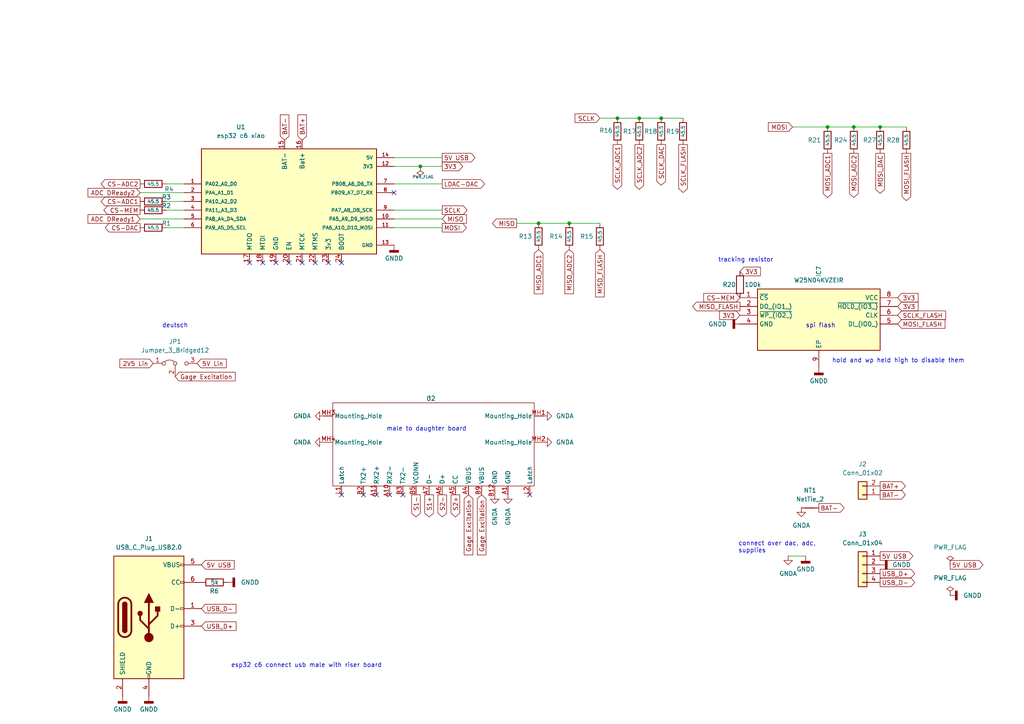
<source format=kicad_sch>
(kicad_sch (version 20231120) (generator "eeschema") (generator_version "8.0")
  (paper "A4")
  (lib_symbols
    (symbol "21xt_symbols:102010388" (pin_names (offset 1.016))
      (property "Reference" "U" (at -25.4 16.002 0))
      (property "Value" "102010388" (at -35.56 -17.78 0))
      (symbol "102010388_0_0"
        (rectangle (start -25.4 15.24) (end 25.4 -15.24) (stroke (width 0.254)) (fill (type background)))
        (pin bidirectional line (at -30.48 5.08 0) (length 5.08) (name "PA02_A0_D0") (number "1"))
        (pin bidirectional line (at 30.48 -5.08 180) (length 5.08) (name "PA5_A9_D9_MISO") (number "10"))
        (pin bidirectional line (at 30.48 -7.62 180) (length 5.08) (name "PA6_A10_D10_MOSI") (number "11"))
        (pin power_in line (at 30.48 10.16 180) (length 5.08) (name "3V3") (number "12"))
        (pin power_in line (at 30.48 -12.7 180) (length 5.08) (name "GND") (number "13"))
        (pin power_in line (at 30.48 12.7 180) (length 5.08) (name "5V") (number "14"))
        (pin bidirectional line (at -30.48 2.54 0) (length 5.08) (name "PA4_A1_D1") (number "2"))
        (pin bidirectional line (at -30.48 0 0) (length 5.08) (name "PA10_A2_D2") (number "3"))
        (pin bidirectional line (at -30.48 -2.54 0) (length 5.08) (name "PA11_A3_D3") (number "4"))
        (pin bidirectional line (at -30.48 -5.08 0) (length 5.08) (name "PA8_A4_D4_SDA") (number "5"))
        (pin bidirectional line (at -30.48 -7.62 0) (length 5.08) (name "PA9_A5_D5_SCL") (number "6"))
        (pin bidirectional line (at 30.48 5.08 180) (length 5.08) (name "PB08_A6_D6_TX") (number "7"))
        (pin bidirectional line (at 30.48 2.54 180) (length 5.08) (name "PB09_A7_D7_RX") (number "8"))
        (pin bidirectional line (at 30.48 -2.54 180) (length 5.08) (name "PA7_A8_D8_SCK") (number "9"))
      )
      (symbol "102010388_1_1"
        (pin bidirectional line (at -1.27 17.78 270) (length 2.54) (name "BAT-") (number "15"))
        (pin bidirectional line (at 3.81 17.78 270) (length 2.54) (name "Bat+") (number "16"))
        (pin bidirectional line (at -11.43 -17.78 90) (length 2.54) (name "MTDO") (number "17"))
        (pin bidirectional line (at -7.62 -17.78 90) (length 2.54) (name "MTDI") (number "18"))
        (pin bidirectional line (at -3.81 -17.78 90) (length 2.54) (name "GND") (number "19"))
        (pin bidirectional line (at 0 -17.78 90) (length 2.54) (name "EN") (number "20"))
        (pin bidirectional line (at 3.81 -17.78 90) (length 2.54) (name "MTCK") (number "21"))
        (pin bidirectional line (at 7.62 -17.78 90) (length 2.54) (name "MTMS") (number "22"))
        (pin bidirectional line (at 11.43 -17.78 90) (length 2.54) (name "3v3") (number "23"))
        (pin bidirectional line (at 15.24 -17.78 90) (length 2.54) (name "BOOT") (number "24"))
      )
    )
    (symbol "21xt_symbols:UCB_C_PLACE" (pin_names (offset 1.016))
      (property "Reference" "J1" (at 10.16 19.05 0))
      (property "Value" "USB_C_Plug_USB2.0" (at -11.43 0 90))
      (symbol "UCB_C_PLACE_0_0"
        (rectangle (start -0.254 -17.78) (end 0.254 -16.764))
        (rectangle (start 10.16 -2.286) (end 9.144 -2.794))
        (rectangle (start 10.16 2.794) (end 9.144 2.286))
        (rectangle (start 10.16 10.414) (end 9.144 9.906))
        (rectangle (start 10.16 15.494) (end 9.144 14.986))
      )
      (symbol "UCB_C_PLACE_0_1"
        (rectangle (start -10.16 17.78) (end 10.16 -17.78) (stroke (width 0.254)) (fill (type background)))
        (arc (start -8.89 -3.81) (mid -6.985 -5.7066) (end -5.08 -3.81) (stroke (width 0.508)))
        (arc (start -7.62 -3.81) (mid -6.985 -4.4422) (end -6.35 -3.81) (stroke (width 0.254)))
        (arc (start -7.62 -3.81) (mid -6.985 -4.4422) (end -6.35 -3.81) (stroke (width 0.254)) (fill (type outline)))
        (rectangle (start -7.62 -3.81) (end -6.35 3.81) (stroke (width 0.254)) (fill (type outline)))
        (arc (start -6.35 3.81) (mid -6.985 4.4422) (end -7.62 3.81) (stroke (width 0.254)))
        (arc (start -6.35 3.81) (mid -6.985 4.4422) (end -7.62 3.81) (stroke (width 0.254)) (fill (type outline)))
        (arc (start -5.08 3.81) (mid -6.985 5.7066) (end -8.89 3.81) (stroke (width 0.508)))
        (circle (center -2.54 1.143) (radius 0.635) (stroke (width 0.254)) (fill (type outline)))
        (circle (center 0 -5.842) (radius 1.27) (fill (type outline)))
        (polyline (pts (xy -8.89 -3.81) (xy -8.89 3.81)) (stroke (width 0.508)))
        (polyline (pts (xy -5.08 3.81) (xy -5.08 -3.81)) (stroke (width 0.508)))
        (polyline (pts (xy 0 -5.842) (xy 0 4.318)) (stroke (width 0.508)))
        (polyline (pts (xy 0 -3.302) (xy -2.54 -0.762) (xy -2.54 0.508)) (stroke (width 0.508)))
        (polyline (pts (xy 0 -2.032) (xy 2.54 0.508) (xy 2.54 1.778)) (stroke (width 0.508)))
        (polyline (pts (xy -1.27 4.318) (xy 0 6.858) (xy 1.27 4.318) (xy -1.27 4.318)) (stroke (width 0.254)) (fill (type outline)))
        (rectangle (start 1.905 1.778) (end 3.175 3.048) (stroke (width 0.254)) (fill (type outline)))
      )
      (symbol "UCB_C_PLACE_1_1"
        (pin bidirectional line (at 15.24 2.54 180) (length 5.08) (name "D-") (number "1"))
        (pin passive line (at -7.62 -22.86 90) (length 5.08) (name "SHIELD") (number "2"))
        (pin bidirectional line (at 15.24 -2.54 180) (length 5.08) (name "D+") (number "3"))
        (pin power_in line (at 0 -22.86 90) (length 5.08) (name "GND") (number "4"))
        (pin power_in line (at 15.24 15.24 180) (length 5.08) (name "VBUS") (number "5"))
        (pin bidirectional line (at 15.24 10.16 180) (length 5.08) (name "CC") (number "6"))
      )
    )
    (symbol "21xt_symbols:W25N04KVZEIR"
      (property "Reference" "IC" (at 41.91 7.62 0))
      (property "Value" "W25N04KVZEIR" (at 41.91 5.08 0))
      (symbol "W25N04KVZEIR_1_1"
        (rectangle (start 5.08 2.54) (end 40.64 -15.24) (stroke (width 0.254)) (fill (type background)))
        (pin passive line (at 0 0 0) (length 5.08) (name "~{CS}") (number "1"))
        (pin passive line (at 0 -2.54 0) (length 5.08) (name "DO_(IO1_)") (number "2"))
        (pin passive line (at 0 -5.08 0) (length 5.08) (name "~{WP_(IO2_)}") (number "3"))
        (pin passive line (at 0 -7.62 0) (length 5.08) (name "GND") (number "4"))
        (pin passive line (at 45.72 -7.62 180) (length 5.08) (name "DI_(IO0_)") (number "5"))
        (pin passive line (at 45.72 -5.08 180) (length 5.08) (name "CLK") (number "6"))
        (pin passive line (at 45.72 -2.54 180) (length 5.08) (name "~{HOLD_(IO3_)}") (number "7"))
        (pin passive line (at 45.72 0 180) (length 5.08) (name "VCC") (number "8"))
        (pin passive line (at 22.86 -20.32 90) (length 5.08) (name "EP") (number "9"))
      )
    )
    (symbol "21xt_symbols:usb_c_male_smt"
      (property "Reference" "U" (at 0 0 0))
      (symbol "usb_c_male_smt_0_1"
        (rectangle (start -16.51 5.08) (end 7.62 -53.34))
      )
      (symbol "usb_c_male_smt_1_1"
        (pin input line (at 10.16 -2.54 180) (length 2.54) (name "GND") (number "A1"))
        (pin input line (at 10.16 -36.83 180) (length 2.54) (name "RX2-") (number "A10"))
        (pin input line (at 10.16 -40.64 180) (length 2.54) (name "RX2+") (number "A11"))
        (pin input line (at 10.16 -13.97 180) (length 2.54) (name "VBUS") (number "A4"))
        (pin input line (at 10.16 -17.78 180) (length 2.54) (name "CC") (number "A5"))
        (pin input line (at 10.16 -21.59 180) (length 2.54) (name "D+") (number "A6"))
        (pin input line (at 10.16 -25.4 180) (length 2.54) (name "D-") (number "A7"))
        (pin input line (at 10.16 -6.35 180) (length 2.54) (name "GND") (number "B12"))
        (pin input line (at 10.16 -44.45 180) (length 2.54) (name "TX2+") (number "B2"))
        (pin input line (at 10.16 -33.02 180) (length 2.54) (name "TX2-") (number "B3"))
        (pin input line (at 10.16 -29.21 180) (length 2.54) (name "VCONN") (number "B5"))
        (pin input line (at 10.16 -10.16 180) (length 2.54) (name "VBUS") (number "B9"))
        (pin input line (at 10.16 -50.8 180) (length 2.54) (name "Latch") (number "L1"))
        (pin input line (at 10.16 3.81 180) (length 2.54) (name "Latch") (number "L2"))
        (pin input line (at -12.7 7.62 270) (length 2.54) (name "Mounting_Hole") (number "MH1"))
        (pin input line (at -5.08 7.62 270) (length 2.54) (name "Mounting_Hole") (number "MH2"))
        (pin input line (at -12.7 -55.88 90) (length 2.54) (name "Mounting_Hole") (number "MH3"))
        (pin input line (at -5.08 -55.88 90) (length 2.54) (name "Mounting_Hole") (number "MH4"))
      )
    )
    (symbol "Connector_Generic:Conn_01x02" (pin_names (offset 1.016) hide)
      (property "Reference" "J" (at 0 2.54 0))
      (property "Value" "Conn_01x02" (at 0 -5.08 0))
      (symbol "Conn_01x02_1_1"
        (rectangle (start -1.27 -2.413) (end 0 -2.667) (stroke (width 0.1524)))
        (rectangle (start -1.27 0.127) (end 0 -0.127) (stroke (width 0.1524)))
        (rectangle (start -1.27 1.27) (end 1.27 -3.81) (stroke (width 0.254)) (fill (type background)))
        (pin passive line (at -5.08 0 0) (length 3.81) (name "Pin_1") (number "1"))
        (pin passive line (at -5.08 -2.54 0) (length 3.81) (name "Pin_2") (number "2"))
      )
    )
    (symbol "Connector_Generic:Conn_01x04" (pin_names (offset 1.016) hide)
      (property "Reference" "J" (at 0 5.08 0))
      (property "Value" "Conn_01x04" (at 0 -7.62 0))
      (symbol "Conn_01x04_1_1"
        (rectangle (start -1.27 -4.953) (end 0 -5.207) (stroke (width 0.1524)))
        (rectangle (start -1.27 -2.413) (end 0 -2.667) (stroke (width 0.1524)))
        (rectangle (start -1.27 0.127) (end 0 -0.127) (stroke (width 0.1524)))
        (rectangle (start -1.27 2.667) (end 0 2.413) (stroke (width 0.1524)))
        (rectangle (start -1.27 3.81) (end 1.27 -6.35) (stroke (width 0.254)) (fill (type background)))
        (pin passive line (at -5.08 2.54 0) (length 3.81) (name "Pin_1") (number "1"))
        (pin passive line (at -5.08 0 0) (length 3.81) (name "Pin_2") (number "2"))
        (pin passive line (at -5.08 -2.54 0) (length 3.81) (name "Pin_3") (number "3"))
        (pin passive line (at -5.08 -5.08 0) (length 3.81) (name "Pin_4") (number "4"))
      )
    )
    (symbol "Device:NetTie_2" (pin_numbers hide) (pin_names (offset 0) hide) (in_bom no)
      (property "Reference" "NT" (at 0 1.27 0))
      (property "Value" "NetTie_2" (at 0 -1.27 0))
      (symbol "NetTie_2_0_1"
        (polyline (pts (xy -1.27 0) (xy 1.27 0)) (stroke (width 0.254)))
      )
      (symbol "NetTie_2_1_1"
        (pin passive line (at -2.54 0 0) (length 2.54) (name "1") (number "1"))
        (pin passive line (at 2.54 0 180) (length 2.54) (name "2") (number "2"))
      )
    )
    (symbol "Device:R" (pin_numbers hide) (pin_names (offset 0))
      (property "Reference" "R" (at 2.032 0 90))
      (property "Value" "R" (at 0 0 90))
      (symbol "R_0_1"
        (rectangle (start -1.016 -2.54) (end 1.016 2.54) (stroke (width 0.254)))
      )
      (symbol "R_1_1"
        (pin passive line (at 0 3.81 270) (length 1.27) (name "~") (number "1"))
        (pin passive line (at 0 -3.81 90) (length 1.27) (name "~") (number "2"))
      )
    )
    (symbol "Jumper:Jumper_3_Bridged12" (pin_names (offset 0) hide) (exclude_from_sim yes) (in_bom no)
      (property "Reference" "JP" (at -2.54 -2.54 0))
      (property "Value" "Jumper_3_Bridged12" (at 0 2.794 0))
      (symbol "Jumper_3_Bridged12_0_0"
        (circle (center -3.302 0) (radius 0.508))
        (circle (center 0 0) (radius 0.508))
        (circle (center 3.302 0) (radius 0.508))
      )
      (symbol "Jumper_3_Bridged12_0_1"
        (arc (start -0.254 0.508) (mid -1.651 0.9912) (end -3.048 0.508))
        (polyline (pts (xy 0 -1.27) (xy 0 -0.508)))
      )
      (symbol "Jumper_3_Bridged12_1_1"
        (pin passive line (at -6.35 0 0) (length 2.54) (name "A") (number "1"))
        (pin passive line (at 0 -3.81 90) (length 2.54) (name "C") (number "2"))
        (pin passive line (at 6.35 0 180) (length 2.54) (name "B") (number "3"))
      )
    )
    (symbol "power:GNDA" (power) (pin_numbers hide) (pin_names (offset 0) hide)
      (property "Value" "GNDA" (at 0 -3.81 0))
      (symbol "GNDA_0_1"
        (polyline (pts (xy 0 0) (xy 0 -1.27) (xy 1.27 -1.27) (xy 0 -2.54) (xy -1.27 -1.27) (xy 0 -1.27)))
      )
      (symbol "GNDA_1_1"
        (pin power_in line (at 0 0 270) (length 0) (name "~") (number "1"))
      )
    )
    (symbol "power:GNDD" (power) (pin_numbers hide) (pin_names (offset 0) hide)
      (property "Value" "GNDD" (at 0 -3.175 0))
      (symbol "GNDD_0_1"
        (rectangle (start -1.27 -1.524) (end 1.27 -2.032) (stroke (width 0.254)) (fill (type outline)))
        (polyline (pts (xy 0 0) (xy 0 -1.524)))
      )
      (symbol "GNDD_1_1"
        (pin power_in line (at 0 0 270) (length 0) (name "~") (number "1"))
      )
    )
    (symbol "power:PWR_FLAG" (power) (pin_numbers hide) (pin_names (offset 0) hide)
      (property "Value" "PWR_FLAG" (at 0 3.81 0))
      (symbol "PWR_FLAG_0_0"
        (pin power_out line (at 0 0 90) (length 0) (name "~") (number "1"))
      )
      (symbol "PWR_FLAG_0_1"
        (polyline (pts (xy 0 0) (xy 0 1.27) (xy -1.016 1.905) (xy 0 2.54) (xy 1.016 1.905) (xy 0 1.27)))
      )
    )
  )
  (junction (at 247.65 36.83))
  (junction (at 179.07 34.29))
  (junction (at 191.77 34.29))
  (junction (at 165.1 64.77))
  (junction (at 156.21 64.77))
  (junction (at 240.03 36.83))
  (junction (at 185.42 34.29))
  (junction (at 121.92 48.26))
  (junction (at 255.27 36.83))
  (no_connect (at 109.22 143.51))
  (no_connect (at 99.06 76.2))
  (no_connect (at 76.2 76.2))
  (no_connect (at 99.06 143.51))
  (no_connect (at 83.82 76.2))
  (no_connect (at 116.84 143.51))
  (no_connect (at 153.67 143.51))
  (no_connect (at 113.03 143.51))
  (no_connect (at 72.39 76.2))
  (no_connect (at 87.63 76.2))
  (no_connect (at 95.25 76.2))
  (no_connect (at 105.41 143.51))
  (no_connect (at 91.44 76.2))
  (no_connect (at 114.3 55.88))
  (no_connect (at 80.01 76.2))
  (wire (pts (xy 114.3 45.72) (xy 128.27 45.72)))
  (wire (pts (xy 48.26 66.04) (xy 53.34 66.04)))
  (wire (pts (xy 40.64 63.5) (xy 53.34 63.5)))
  (wire (pts (xy 173.99 34.29) (xy 179.07 34.29)))
  (wire (pts (xy 191.77 34.29) (xy 198.12 34.29)))
  (wire (pts (xy 255.27 36.83) (xy 262.89 36.83)))
  (wire (pts (xy 229.87 36.83) (xy 240.03 36.83)))
  (wire (pts (xy 228.6 161.29) (xy 233.68 161.29)))
  (wire (pts (xy 165.1 64.77) (xy 173.99 64.77)))
  (wire (pts (xy 128.27 53.34) (xy 114.3 53.34)))
  (wire (pts (xy 48.26 53.34) (xy 53.34 53.34)))
  (wire (pts (xy 128.27 60.96) (xy 114.3 60.96)))
  (wire (pts (xy 156.21 64.77) (xy 165.1 64.77)))
  (wire (pts (xy 40.64 55.88) (xy 53.34 55.88)))
  (wire (pts (xy 179.07 34.29) (xy 185.42 34.29)))
  (wire (pts (xy 240.03 36.83) (xy 247.65 36.83)))
  (wire (pts (xy 128.27 63.5) (xy 114.3 63.5)))
  (wire (pts (xy 185.42 34.29) (xy 191.77 34.29)))
  (wire (pts (xy 149.86 64.77) (xy 156.21 64.77)))
  (wire (pts (xy 114.3 48.26) (xy 121.92 48.26)))
  (wire (pts (xy 128.27 66.04) (xy 114.3 66.04)))
  (wire (pts (xy 48.26 58.42) (xy 53.34 58.42)))
  (wire (pts (xy 247.65 36.83) (xy 255.27 36.83)))
  (wire (pts (xy 48.26 60.96) (xy 53.34 60.96)))
  (wire (pts (xy 121.92 48.26) (xy 128.27 48.26)))
  (text "connect over dac, adc,\nsupplies" (at 214.122 160.528 0) (effects (font (size 1.27 1.27)) (justify left bottom)))
  (text "esp32 c6 connect usb male with riser board" (at 88.9 193.04 0) (effects (font (size 1.27 1.27))))
  (text "spi flash" (at 233.68 95.25 0) (effects (font (size 1.27 1.27)) (justify left bottom)))
  (text "male to daughter board" (at 123.698 124.46 0) (effects (font (size 1.27 1.27))))
  (text "deutsch" (at 46.99 95.25 0) (effects (font (size 1.27 1.27)) (justify left bottom)))
  (text "hold and wp held high to disable them" (at 241.3 105.41 0) (effects (font (size 1.27 1.27)) (justify left bottom)))
  (text "tracking resistor" (at 208.28 76.2 0) (effects (font (size 1.27 1.27)) (justify left bottom)))
  (global_label "SCLK_FLASH" (shape output) (at 198.12 41.91 270) (property "Intersheetrefs" "${INTERSHEET_REFS}" (effects (hide yes))))
  (global_label "SCLK_ADC2" (shape output) (at 185.42 41.91 270) (property "Intersheetrefs" "${INTERSHEET_REFS}" (effects (hide yes))))
  (global_label "3V3" (shape input) (at 260.35 86.36 0) (property "Intersheetrefs" "${INTERSHEET_REFS}" (effects (hide yes))))
  (global_label "5V USB" (shape output) (at 255.27 161.29 0) (property "Intersheetrefs" "${INTERSHEET_REFS}" (effects (hide yes))))
  (global_label "BAT+" (shape output) (at 255.27 140.97 0) (property "Intersheetrefs" "${INTERSHEET_REFS}" (effects (hide yes))))
  (global_label "CS-DAC" (shape output) (at 40.64 66.04 180) (property "Intersheetrefs" "${INTERSHEET_REFS}" (effects (hide yes))))
  (global_label "SCLK" (shape input) (at 173.99 34.29 180) (property "Intersheetrefs" "${INTERSHEET_REFS}" (effects (hide yes))))
  (global_label "Gage Excitation" (shape input) (at 135.89 143.51 270) (property "Intersheetrefs" "${INTERSHEET_REFS}" (effects (hide yes))))
  (global_label "Gage Excitation" (shape input) (at 139.7 143.51 270) (property "Intersheetrefs" "${INTERSHEET_REFS}" (effects (hide yes))))
  (global_label "5V USB" (shape input) (at 58.42 163.83 0) (property "Intersheetrefs" "${INTERSHEET_REFS}" (effects (hide yes))))
  (global_label "MOSI" (shape input) (at 229.87 36.83 180) (property "Intersheetrefs" "${INTERSHEET_REFS}" (effects (hide yes))))
  (global_label "SCLK_ADC1" (shape output) (at 179.07 41.91 270) (property "Intersheetrefs" "${INTERSHEET_REFS}" (effects (hide yes))))
  (global_label "MOSI_DAC" (shape output) (at 255.27 44.45 270) (property "Intersheetrefs" "${INTERSHEET_REFS}" (effects (hide yes))))
  (global_label "MISO" (shape output) (at 149.86 64.77 180) (property "Intersheetrefs" "${INTERSHEET_REFS}" (effects (hide yes))))
  (global_label "USB_D+" (shape output) (at 255.27 166.37 0) (property "Intersheetrefs" "${INTERSHEET_REFS}" (effects (hide yes))))
  (global_label "ADC DReady1" (shape input) (at 40.64 63.5 180) (property "Intersheetrefs" "${INTERSHEET_REFS}" (effects (hide yes))))
  (global_label "USB_D+" (shape input) (at 58.42 181.61 0) (property "Intersheetrefs" "${INTERSHEET_REFS}" (effects (hide yes))))
  (global_label "MOSI_ADC1" (shape output) (at 240.03 44.45 270) (property "Intersheetrefs" "${INTERSHEET_REFS}" (effects (hide yes))))
  (global_label "USB_D-" (shape output) (at 255.27 168.91 0) (property "Intersheetrefs" "${INTERSHEET_REFS}" (effects (hide yes))))
  (global_label "CS-MEM" (shape output) (at 40.64 60.96 180) (property "Intersheetrefs" "${INTERSHEET_REFS}" (effects (hide yes))))
  (global_label "3V3" (shape input) (at 260.35 88.9 0) (property "Intersheetrefs" "${INTERSHEET_REFS}" (effects (hide yes))))
  (global_label "Gage Excitation" (shape input) (at 50.8 109.22 0) (property "Intersheetrefs" "${INTERSHEET_REFS}" (effects (hide yes))))
  (global_label "5V Lin" (shape input) (at 57.15 105.41 0) (property "Intersheetrefs" "${INTERSHEET_REFS}" (effects (hide yes))))
  (global_label "3V3" (shape output) (at 128.27 48.26 0) (property "Intersheetrefs" "${INTERSHEET_REFS}" (effects (hide yes))))
  (global_label "S1+" (shape output) (at 124.46 143.51 270) (property "Intersheetrefs" "${INTERSHEET_REFS}" (effects (hide yes))))
  (global_label "MOSI_ADC2" (shape output) (at 247.65 44.45 270) (property "Intersheetrefs" "${INTERSHEET_REFS}" (effects (hide yes))))
  (global_label "ADC DReady2" (shape input) (at 40.64 55.88 180) (property "Intersheetrefs" "${INTERSHEET_REFS}" (effects (hide yes))))
  (global_label "MOSI_FLASH" (shape output) (at 262.89 44.45 270) (property "Intersheetrefs" "${INTERSHEET_REFS}" (effects (hide yes))))
  (global_label "MISO_ADC1" (shape input) (at 156.21 72.39 270) (property "Intersheetrefs" "${INTERSHEET_REFS}" (effects (hide yes))))
  (global_label "MISO_FLASH" (shape output) (at 214.63 88.9 180) (property "Intersheetrefs" "${INTERSHEET_REFS}" (effects (hide yes))))
  (global_label "5V USB" (shape output) (at 275.59 163.83 0) (property "Intersheetrefs" "${INTERSHEET_REFS}" (effects (hide yes))))
  (global_label "BAT+" (shape input) (at 87.63 40.64 90) (property "Intersheetrefs" "${INTERSHEET_REFS}" (effects (hide yes))))
  (global_label "CS-ADC1" (shape output) (at 40.64 58.42 180) (property "Intersheetrefs" "${INTERSHEET_REFS}" (effects (hide yes))))
  (global_label "MOSI_FLASH" (shape input) (at 260.35 93.98 0) (property "Intersheetrefs" "${INTERSHEET_REFS}" (effects (hide yes))))
  (global_label "S1-" (shape output) (at 120.65 143.51 270) (property "Intersheetrefs" "${INTERSHEET_REFS}" (effects (hide yes))))
  (global_label "MISO_ADC2" (shape input) (at 165.1 72.39 270) (property "Intersheetrefs" "${INTERSHEET_REFS}" (effects (hide yes))))
  (global_label "MISO" (shape input) (at 128.27 63.5 0) (property "Intersheetrefs" "${INTERSHEET_REFS}" (effects (hide yes))))
  (global_label "CS-ADC2" (shape output) (at 40.64 53.34 180) (property "Intersheetrefs" "${INTERSHEET_REFS}" (effects (hide yes))))
  (global_label "BAT-" (shape input) (at 82.55 40.64 90) (property "Intersheetrefs" "${INTERSHEET_REFS}" (effects (hide yes))))
  (global_label "3V3" (shape input) (at 214.63 91.44 180) (property "Intersheetrefs" "${INTERSHEET_REFS}" (effects (hide yes))))
  (global_label "3V3" (shape input) (at 214.63 78.74 0) (property "Intersheetrefs" "${INTERSHEET_REFS}" (effects (hide yes))))
  (global_label "SCLK" (shape output) (at 128.27 60.96 0) (property "Intersheetrefs" "${INTERSHEET_REFS}" (effects (hide yes))))
  (global_label "MISO_FLASH" (shape input) (at 173.99 72.39 270) (property "Intersheetrefs" "${INTERSHEET_REFS}" (effects (hide yes))))
  (global_label "SCLK_DAC" (shape output) (at 191.77 41.91 270) (property "Intersheetrefs" "${INTERSHEET_REFS}" (effects (hide yes))))
  (global_label "CS-MEM" (shape input) (at 214.63 86.36 180) (property "Intersheetrefs" "${INTERSHEET_REFS}" (effects (hide yes))))
  (global_label "2V5 Lin" (shape input) (at 44.45 105.41 180) (property "Intersheetrefs" "${INTERSHEET_REFS}" (effects (hide yes))))
  (global_label "S2-" (shape output) (at 128.27 143.51 270) (property "Intersheetrefs" "${INTERSHEET_REFS}" (effects (hide yes))))
  (global_label "BAT-" (shape output) (at 255.27 143.51 0) (property "Intersheetrefs" "${INTERSHEET_REFS}" (effects (hide yes))))
  (global_label "S2+" (shape output) (at 132.08 143.51 270) (property "Intersheetrefs" "${INTERSHEET_REFS}" (effects (hide yes))))
  (global_label "USB_D-" (shape input) (at 58.42 176.53 0) (property "Intersheetrefs" "${INTERSHEET_REFS}" (effects (hide yes))))
  (global_label "MOSI" (shape output) (at 128.27 66.04 0) (property "Intersheetrefs" "${INTERSHEET_REFS}" (effects (hide yes))))
  (global_label "5V USB" (shape output) (at 128.27 45.72 0) (property "Intersheetrefs" "${INTERSHEET_REFS}" (effects (hide yes))))
  (global_label "LDAC-DAC" (shape output) (at 128.27 53.34 0) (property "Intersheetrefs" "${INTERSHEET_REFS}" (effects (hide yes))))
  (global_label "BAT-" (shape output) (at 237.49 147.32 0) (property "Intersheetrefs" "${INTERSHEET_REFS}" (effects (hide yes))))
  (global_label "SCLK_FLASH" (shape input) (at 260.35 91.44 0) (property "Intersheetrefs" "${INTERSHEET_REFS}" (effects (hide yes))))
  (symbol (lib_id "Device:R") (at 255.27 40.64 180) (unit 1)
    (property "Reference" "R27" (at 252.222 40.64 0))
    (property "Value" "45.5" (at 255.27 40.64 90) (effects (font (size 1 1))))
    (property "Footprint" "Resistor_SMD:R_0402_1005Metric" (effects (hide yes)))
    (property "Description" "Resistor" (effects (hide yes)))
  )
  (symbol (lib_id "power:GNDD") (at 275.59 172.72 90) (unit 1)
    (property "Reference" "#PWR053" (effects (hide yes)))
    (property "Value" "GNDD" (at 279.4 172.72 90) (effects (justify right)))
    (property "Description" "Power symbol creates a global label with name \"GNDD\" , digital ground" (effects (hide yes)))
  )
  (symbol (lib_id "power:GNDA") (at 93.98 120.65 270) (unit 1)
    (property "Reference" "#PWR021" (effects (hide yes)))
    (property "Value" "GNDA" (at 87.63 120.65 90))
    (property "Description" "Power symbol creates a global label with name \"GNDA\" , analog ground" (effects (hide yes)))
  )
  (symbol (lib_id "Device:R") (at 44.45 58.42 90) (unit 1)
    (property "Reference" "R3" (at 48.26 57.15 90))
    (property "Value" "45.5" (at 44.45 58.42 90) (effects (font (size 1 1))))
    (property "Footprint" "Resistor_SMD:R_0402_1005Metric" (effects (hide yes)))
    (property "Description" "Resistor" (effects (hide yes)))
  )
  (symbol (lib_id "power:PWR_FLAG") (at 275.59 172.72 0) (unit 1)
    (property "Reference" "#FLG06" (effects (hide yes)))
    (property "Value" "PWR_FLAG" (at 275.59 167.64 0))
    (property "Description" "Special symbol for telling ERC where power comes from" (effects (hide yes)))
  )
  (symbol (lib_id "power:PWR_FLAG") (at 121.92 48.26 180) (unit 1)
    (property "Reference" "#FLG04" (effects (hide yes)))
    (property "Value" "PWR_FLAG" (at 122.682 51.308 0) (effects (font (size 0.8 0.8))))
    (property "Description" "Special symbol for telling ERC where power comes from" (effects (hide yes)))
  )
  (symbol (lib_id "Device:R") (at 44.45 53.34 90) (unit 1)
    (property "Reference" "R4" (at 49.022 54.864 90))
    (property "Value" "45.5" (at 44.45 53.34 90) (effects (font (size 1 1))))
    (property "Footprint" "Resistor_SMD:R_0402_1005Metric" (effects (hide yes)))
    (property "Description" "Resistor" (effects (hide yes)))
  )
  (symbol (lib_id "power:GNDD") (at 255.27 163.83 90) (unit 1)
    (property "Reference" "#PWR049" (effects (hide yes)))
    (property "Value" "GNDD" (at 258.826 163.83 90) (effects (justify right)))
    (property "Description" "Power symbol creates a global label with name \"GNDD\" , digital ground" (effects (hide yes)))
  )
  (symbol (lib_id "21xt_symbols:UCB_C_PLACE") (at 43.18 179.07 0) (unit 1)
    (property "Reference" "J1" (at 43.18 156.21 0))
    (property "Value" "USB_C_Plug_USB2.0" (at 43.18 158.75 0))
    (property "Footprint" "21xt_footprints:USB_C_PLACE" (effects (hide yes)))
  )
  (symbol (lib_id "Device:R") (at 173.99 68.58 180) (unit 1)
    (property "Reference" "R15" (at 170.18 68.58 0))
    (property "Value" "45.5" (at 173.99 68.58 90) (effects (font (size 1 1))))
    (property "Footprint" "Resistor_SMD:R_0402_1005Metric" (effects (hide yes)))
    (property "Description" "Resistor" (effects (hide yes)))
  )
  (symbol (lib_id "Device:R") (at 247.65 40.64 180) (unit 1)
    (property "Reference" "R24" (at 243.84 40.64 0))
    (property "Value" "45.5" (at 247.65 40.64 90) (effects (font (size 1 1))))
    (property "Footprint" "Resistor_SMD:R_0402_1005Metric" (effects (hide yes)))
    (property "Description" "Resistor" (effects (hide yes)))
  )
  (symbol (lib_id "21xt_symbols:usb_c_male_smt") (at 149.86 133.35 270) (unit 1)
    (property "Reference" "U2" (at 126.3651 115.57 90) (effects (justify right)))
    (property "Value" "~" (at 124.46 115.57 0) (effects (justify right)))
    (property "Footprint" "21xt_footprints:USB_C_MOUNT" (effects (hide yes)))
  )
  (symbol (lib_id "power:GNDA") (at 147.32 143.51 0) (unit 1)
    (property "Reference" "#PWR025" (effects (hide yes)))
    (property "Value" "GNDA" (at 147.32 149.86 90))
    (property "Description" "Power symbol creates a global label with name \"GNDA\" , analog ground" (effects (hide yes)))
  )
  (symbol (lib_id "Device:R") (at 44.45 66.04 90) (unit 1)
    (property "Reference" "R1" (at 48.26 64.77 90))
    (property "Value" "45.5" (at 44.45 66.04 90) (effects (font (size 1 1))))
    (property "Footprint" "Resistor_SMD:R_0402_1005Metric" (effects (hide yes)))
    (property "Description" "Resistor" (effects (hide yes)))
  )
  (symbol (lib_id "Device:NetTie_2") (at 234.95 147.32 0) (unit 1) (in_bom no)
    (property "Reference" "NT1" (at 234.95 142.24 0))
    (property "Value" "NetTie_2" (at 234.95 144.78 0))
    (property "Footprint" "NetTie:NetTie-2_SMD_Pad0.5mm" (effects (hide yes)))
    (property "Description" "Net tie, 2 pins" (effects (hide yes)))
  )
  (symbol (lib_id "Connector_Generic:Conn_01x04") (at 250.19 163.83 0) (mirror y) (unit 1)
    (property "Reference" "J3" (at 250.19 154.94 0))
    (property "Value" "Conn_01x04" (at 250.19 157.48 0))
    (property "Footprint" "Connector_PinHeader_2.00mm:PinHeader_1x04_P2.00mm_Vertical" (effects (hide yes)))
    (property "Description" "Generic connector, single row, 01x04, script generated (kicad-library-utils/schlib/autogen/connector/)" (effects (hide yes)))
  )
  (symbol (lib_id "power:GNDA") (at 157.48 120.65 90) (unit 1)
    (property "Reference" "#PWR026" (effects (hide yes)))
    (property "Value" "GNDA" (at 163.83 120.65 90))
    (property "Description" "Power symbol creates a global label with name \"GNDA\" , analog ground" (effects (hide yes)))
  )
  (symbol (lib_id "Jumper:Jumper_3_Bridged12") (at 50.8 105.41 0) (unit 1) (exclude_from_sim yes) (in_bom no)
    (property "Reference" "JP1" (at 50.8 99.06 0))
    (property "Value" "Jumper_3_Bridged12" (at 50.8 101.6 0))
    (property "Footprint" "21xt_footprints:SolderJumper-3_P2.0mm_Open_TrianglePad1.0x1.5mm" (effects (hide yes)))
    (property "Description" "Jumper, 3-pole, pins 1+2 closed/bridged" (effects (hide yes)))
  )
  (symbol (lib_id "21xt_symbols:102010388") (at 83.82 58.42 0) (unit 1)
    (property "Reference" "U1" (at 69.85 36.83 0))
    (property "Value" "esp32 c6 xiao" (at 69.85 39.37 0))
    (property "Footprint" "21xt_footprints:esp32 c6 smt" (effects (hide yes)))
    (property "Description" "Seeeduino XIAO Development Board, Pre-Soldered [Seeed Studio] 102010388 Seeeduino XIAO Development Board, Pre-Soldered" (effects (hide yes)))
    (property "MF" "Seeed Technology Co., Ltd" (effects (hide yes)))
    (property "MAXIMUM_PACKAGE_HEIGHT" "N/A" (effects (hide yes)))
    (property "Package" "None" (effects (hide yes)))
    (property "Price" "None" (effects (hide yes)))
    (property "Check_prices" "https://www.snapeda.com/parts/102010388/Seeed+Studio/view-part/?ref=eda" (effects (hide yes)))
    (property "STANDARD" "Manufacturer Recommendations" (effects (hide yes)))
    (property "PARTREV" "N/A" (effects (hide yes)))
    (property "SnapEDA_Link" "https://www.snapeda.com/parts/102010388/Seeed+Studio/view-part/?ref=snap" (effects (hide yes)))
    (property "MP" "102010388" (effects (hide yes)))
    (property "MANUFACTURER" "Seeed Technology" (effects (hide yes)))
    (property "Availability" "In Stock" (effects (hide yes)))
    (property "SNAPEDA_PN" "102010388" (effects (hide yes)))
  )
  (symbol (lib_id "Device:R") (at 185.42 38.1 180) (unit 1)
    (property "Reference" "R17" (at 182.626 38.1 0))
    (property "Value" "45.5" (at 185.42 38.1 90) (effects (font (size 1 1))))
    (property "Footprint" "Resistor_SMD:R_0402_1005Metric" (effects (hide yes)))
    (property "Description" "Resistor" (effects (hide yes)))
  )
  (symbol (lib_id "Device:R") (at 191.77 38.1 180) (unit 1)
    (property "Reference" "R18" (at 188.722 38.1 0))
    (property "Value" "45.5" (at 191.77 38.1 90) (effects (font (size 1 1))))
    (property "Footprint" "Resistor_SMD:R_0402_1005Metric" (effects (hide yes)))
    (property "Description" "Resistor" (effects (hide yes)))
  )
  (symbol (lib_id "21xt_symbols:W25N04KVZEIR") (at 214.63 86.36 0) (unit 1)
    (property "Reference" "IC7" (at 237.49 78.74 90))
    (property "Value" "W25N04KVZEIR" (at 237.49 81.28 0))
    (property "Footprint" "21xt_footprints:SON127P800X600X80-9N-D" (effects (hide yes)))
    (property "Datasheet" "https://www.winbond.com/hq/search-resource-file.jsp?partNo=W25N04KVZEIR&type=datasheet" (effects (hide yes)))
    (property "Description" "FLASH - NAND Memory IC 4Gbit SPI - Quad I/O 104 MHz 8-WSON (8x6)" (effects (hide yes)))
    (property "Height" "0.8" (effects (hide yes)))
    (property "Mouser Part Number" "454-W25N04KVZEIR" (effects (hide yes)))
    (property "Mouser Price/Stock" "https://www.mouser.co.uk/ProductDetail/Winbond/W25N04KVZEIR?qs=YwPsRIUVAOdveyibmg1m8Q%3D%3D" (effects (hide yes)))
    (property "Manufacturer_Name" "Winbond" (effects (hide yes)))
    (property "Manufacturer_Part_Number" "W25N04KVZEIR" (effects (hide yes)))
  )
  (symbol (lib_id "power:GNDD") (at 114.3 71.12 0) (unit 1)
    (property "Reference" "#PWR023" (effects (hide yes)))
    (property "Value" "GNDD" (at 114.3 74.93 0))
    (property "Description" "Power symbol creates a global label with name \"GNDD\" , digital ground" (effects (hide yes)))
  )
  (symbol (lib_id "Device:R") (at 240.03 40.64 180) (unit 1)
    (property "Reference" "R21" (at 236.22 40.64 0))
    (property "Value" "45.5" (at 240.03 40.64 90) (effects (font (size 1 1))))
    (property "Footprint" "Resistor_SMD:R_0402_1005Metric" (effects (hide yes)))
    (property "Description" "Resistor" (effects (hide yes)))
  )
  (symbol (lib_id "Device:R") (at 156.21 68.58 180) (unit 1)
    (property "Reference" "R13" (at 152.4 68.58 0))
    (property "Value" "45.5" (at 156.21 68.58 90) (effects (font (size 1 1))))
    (property "Footprint" "Resistor_SMD:R_0402_1005Metric" (effects (hide yes)))
    (property "Description" "Resistor" (effects (hide yes)))
  )
  (symbol (lib_id "Device:R") (at 44.45 60.96 90) (unit 1)
    (property "Reference" "R2" (at 48.26 59.69 90))
    (property "Value" "45.5" (at 44.45 60.96 90) (effects (font (size 1 1))))
    (property "Footprint" "Resistor_SMD:R_0402_1005Metric" (effects (hide yes)))
    (property "Description" "Resistor" (effects (hide yes)))
  )
  (symbol (lib_id "power:GNDD") (at 66.04 168.91 90) (unit 1)
    (property "Reference" "#PWR016" (effects (hide yes)))
    (property "Value" "GNDD" (at 69.85 168.91 90) (effects (justify right)))
    (property "Description" "Power symbol creates a global label with name \"GNDD\" , digital ground" (effects (hide yes)))
  )
  (symbol (lib_id "power:GNDD") (at 233.68 161.29 0) (unit 1)
    (property "Reference" "#PWR043" (effects (hide yes)))
    (property "Value" "GNDD" (at 233.68 165.1 0))
    (property "Description" "Power symbol creates a global label with name \"GNDD\" , digital ground" (effects (hide yes)))
  )
  (symbol (lib_id "power:GNDA") (at 232.41 147.32 0) (unit 1)
    (property "Reference" "#PWR056" (effects (hide yes)))
    (property "Value" "GNDA" (at 232.41 152.4 0))
    (property "Description" "Power symbol creates a global label with name \"GNDA\" , analog ground" (effects (hide yes)))
  )
  (symbol (lib_id "Device:R") (at 198.12 38.1 180) (unit 1)
    (property "Reference" "R19" (at 195.072 38.1 0))
    (property "Value" "45.5" (at 198.12 38.1 90) (effects (font (size 1 1))))
    (property "Footprint" "Resistor_SMD:R_0402_1005Metric" (effects (hide yes)))
    (property "Description" "Resistor" (effects (hide yes)))
  )
  (symbol (lib_id "Device:R") (at 62.23 168.91 90) (unit 1)
    (property "Reference" "R6" (at 63.5 171.45 90) (effects (justify left)))
    (property "Value" "5k" (at 63.5 168.91 90) (effects (justify left)))
    (property "Footprint" "Resistor_SMD:R_0402_1005Metric" (effects (hide yes)))
    (property "Description" "Resistor" (effects (hide yes)))
  )
  (symbol (lib_id "power:GNDD") (at 43.18 201.93 0) (unit 1)
    (property "Reference" "#PWR015" (effects (hide yes)))
    (property "Value" "GNDD" (at 43.18 205.74 0))
    (property "Description" "Power symbol creates a global label with name \"GNDD\" , digital ground" (effects (hide yes)))
  )
  (symbol (lib_id "Device:R") (at 165.1 68.58 180) (unit 1)
    (property "Reference" "R14" (at 161.29 68.58 0))
    (property "Value" "45.5" (at 165.1 68.58 90) (effects (font (size 1 1))))
    (property "Footprint" "Resistor_SMD:R_0402_1005Metric" (effects (hide yes)))
    (property "Description" "Resistor" (effects (hide yes)))
  )
  (symbol (lib_id "power:GNDD") (at 237.49 106.68 0) (unit 1)
    (property "Reference" "#PWR044" (effects (hide yes)))
    (property "Value" "GNDD" (at 237.49 110.49 0))
    (property "Description" "Power symbol creates a global label with name \"GNDD\" , digital ground" (effects (hide yes)))
  )
  (symbol (lib_id "power:GNDA") (at 93.98 128.27 270) (unit 1)
    (property "Reference" "#PWR022" (effects (hide yes)))
    (property "Value" "GNDA" (at 87.63 128.27 90))
    (property "Description" "Power symbol creates a global label with name \"GNDA\" , analog ground" (effects (hide yes)))
  )
  (symbol (lib_id "power:GNDA") (at 228.6 161.29 0) (unit 1)
    (property "Reference" "#PWR040" (effects (hide yes)))
    (property "Value" "GNDA" (at 228.6 166.37 0))
    (property "Description" "Power symbol creates a global label with name \"GNDA\" , analog ground" (effects (hide yes)))
  )
  (symbol (lib_id "power:PWR_FLAG") (at 275.59 163.83 0) (unit 1)
    (property "Reference" "#FLG05" (effects (hide yes)))
    (property "Value" "PWR_FLAG" (at 275.59 158.75 0))
    (property "Description" "Special symbol for telling ERC where power comes from" (effects (hide yes)))
  )
  (symbol (lib_id "Device:R") (at 262.89 40.64 180) (unit 1)
    (property "Reference" "R28" (at 259.08 40.64 0))
    (property "Value" "45.5" (at 262.89 40.64 90) (effects (font (size 1 1))))
    (property "Footprint" "Resistor_SMD:R_0402_1005Metric" (effects (hide yes)))
    (property "Description" "Resistor" (effects (hide yes)))
  )
  (symbol (lib_id "power:GNDD") (at 214.63 93.98 270) (unit 1)
    (property "Reference" "#PWR039" (effects (hide yes)))
    (property "Value" "GNDD" (at 210.82 93.98 90) (effects (justify right)))
    (property "Description" "Power symbol creates a global label with name \"GNDD\" , digital ground" (effects (hide yes)))
  )
  (symbol (lib_id "power:GNDA") (at 143.51 143.51 0) (unit 1)
    (property "Reference" "#PWR024" (effects (hide yes)))
    (property "Value" "GNDA" (at 143.51 149.86 90))
    (property "Description" "Power symbol creates a global label with name \"GNDA\" , analog ground" (effects (hide yes)))
  )
  (symbol (lib_id "power:GNDD") (at 35.56 201.93 0) (unit 1)
    (property "Reference" "#PWR08" (effects (hide yes)))
    (property "Value" "GNDD" (at 35.56 205.74 0))
    (property "Description" "Power symbol creates a global label with name \"GNDD\" , digital ground" (effects (hide yes)))
  )
  (symbol (lib_id "Device:R") (at 179.07 38.1 180) (unit 1)
    (property "Reference" "R16" (at 175.768 37.846 0))
    (property "Value" "45.5" (at 179.07 38.1 90) (effects (font (size 1 1))))
    (property "Footprint" "Resistor_SMD:R_0402_1005Metric" (effects (hide yes)))
    (property "Description" "Resistor" (effects (hide yes)))
  )
  (symbol (lib_id "Connector_Generic:Conn_01x02") (at 250.19 143.51 180) (unit 1)
    (property "Reference" "J2" (at 250.19 134.62 0))
    (property "Value" "Conn_01x02" (at 250.19 137.16 0))
    (property "Footprint" "Connector_JST:JST_PH_S2B-PH-K_1x02_P2.00mm_Horizontal" (effects (hide yes)))
    (property "Description" "Generic connector, single row, 01x02, script generated (kicad-library-utils/schlib/autogen/connector/)" (effects (hide yes)))
  )
  (symbol (lib_id "power:GNDA") (at 157.48 128.27 90) (unit 1)
    (property "Reference" "#PWR027" (effects (hide yes)))
    (property "Value" "GNDA" (at 163.83 128.27 90))
    (property "Description" "Power symbol creates a global label with name \"GNDA\" , analog ground" (effects (hide yes)))
  )
  (symbol (lib_id "Device:R") (at 214.63 82.55 0) (unit 1)
    (property "Reference" "R20" (at 209.55 82.55 0) (effects (justify left)))
    (property "Value" "100k" (at 215.9 82.55 0) (effects (justify left)))
    (property "Footprint" "Resistor_SMD:R_0402_1005Metric" (effects (hide yes)))
    (property "Description" "Resistor" (effects (hide yes)))
  )
  (sheet (at 330.2 54.61) (size 97.79 69.85) (stroke (width 0.1524))
    (property "Sheetname" "Analog" (at 330.2 53.8984 0) (effects (justify left bottom)))
    (property "Sheetfile" "Analog.kicad_sch" (at 330.2 125.0446 0) (effects (justify left top)))
  )
  (sheet (at 332.74 140.97) (size 91.44 48.26) (stroke (width 0.1524))
    (property "Sheetname" "References" (at 332.74 140.2584 0) (effects (justify left bottom)))
    (property "Sheetfile" "References.kicad_sch" (at 332.74 189.8146 0) (effects (justify left top)))
  )
)
</source>
